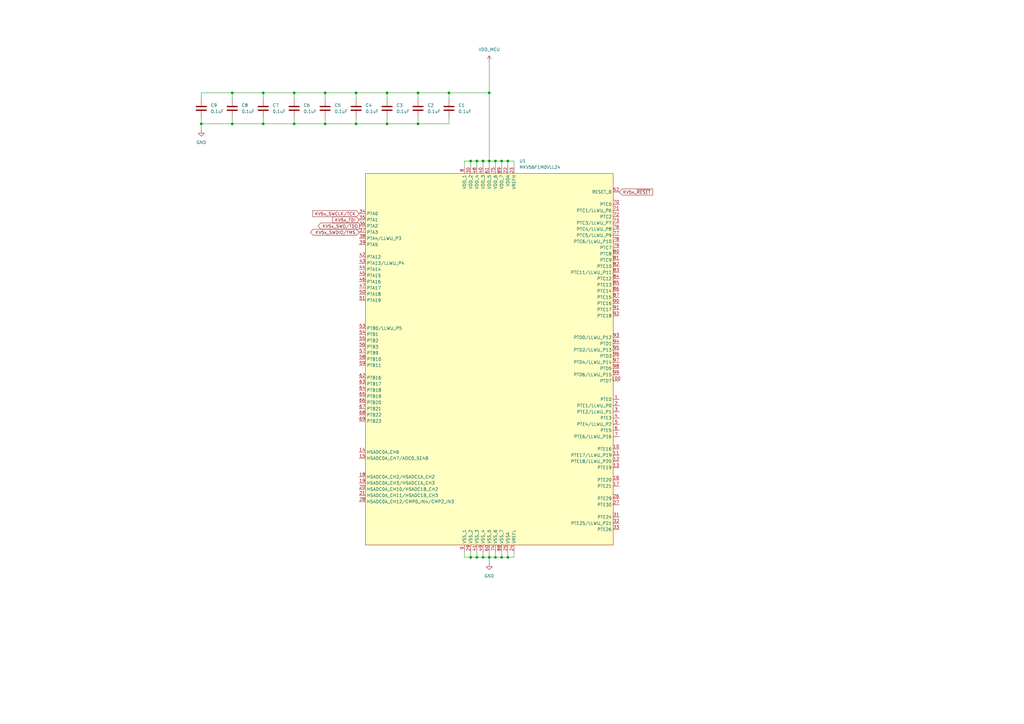
<source format=kicad_sch>
(kicad_sch (version 20250114) (generator "eeschema") (generator_version "9.0")
  (paper "A3")
  (lib_symbols
    (symbol "0_kv5x_devboard:MKV56F1M0VLL24"
      (property "Reference" "U" (at 0 0 0))
      (property "Value" "MKV56F1M0VLL24" (at 0 0 0))
      (symbol "MKV56F1M0VLL24_1_1"
        (rectangle (start -50.8 76.2) (end 50.8 -76.2) (fill (type background)))
        (pin passive line (at -53.34 59.69 0) (length 2.54) (name "PTA0") (number "34"))
        (pin passive line (at -53.34 57.15 0) (length 2.54) (name "PTA1") (number "35"))
        (pin passive line (at -53.34 54.61 0) (length 2.54) (name "PTA2") (number "36"))
        (pin passive line (at -53.34 52.07 0) (length 2.54) (name "PTA3") (number "37"))
        (pin passive line (at -53.34 49.53 0) (length 2.54) (name "PTA4/LLWU_P3") (number "38"))
        (pin passive line (at -53.34 46.99 0) (length 2.54) (name "PTA5") (number "39"))
        (pin passive line (at -53.34 41.91 0) (length 2.54) (name "PTA12") (number "42"))
        (pin passive line (at -53.34 39.37 0) (length 2.54) (name "PTA13/LLWU_P4") (number "43"))
        (pin passive line (at -53.34 36.83 0) (length 2.54) (name "PTA14") (number "44"))
        (pin passive line (at -53.34 34.29 0) (length 2.54) (name "PTA15") (number "45"))
        (pin passive line (at -53.34 31.75 0) (length 2.54) (name "PTA16") (number "46"))
        (pin passive line (at -53.34 29.21 0) (length 2.54) (name "PTA17") (number "47"))
        (pin passive line (at -53.34 26.67 0) (length 2.54) (name "PTA18") (number "50"))
        (pin passive line (at -53.34 24.13 0) (length 2.54) (name "PTA19") (number "51"))
        (pin passive line (at -53.34 12.7 0) (length 2.54) (name "PTB0/LLWU_P5") (number "53"))
        (pin passive line (at -53.34 10.16 0) (length 2.54) (name "PTB1") (number "54"))
        (pin passive line (at -53.34 7.62 0) (length 2.54) (name "PTB2") (number "55"))
        (pin passive line (at -53.34 5.08 0) (length 2.54) (name "PTB3") (number "56"))
        (pin passive line (at -53.34 2.54 0) (length 2.54) (name "PTB9") (number "57"))
        (pin passive line (at -53.34 0 0) (length 2.54) (name "PTB10") (number "58"))
        (pin passive line (at -53.34 -2.54 0) (length 2.54) (name "PTB11") (number "59"))
        (pin passive line (at -53.34 -7.62 0) (length 2.54) (name "PTB16") (number "62"))
        (pin passive line (at -53.34 -10.16 0) (length 2.54) (name "PTB17") (number "63"))
        (pin passive line (at -53.34 -12.7 0) (length 2.54) (name "PTB18") (number "64"))
        (pin passive line (at -53.34 -15.24 0) (length 2.54) (name "PTB19") (number "65"))
        (pin passive line (at -53.34 -17.78 0) (length 2.54) (name "PTB20") (number "66"))
        (pin passive line (at -53.34 -20.32 0) (length 2.54) (name "PTB21") (number "67"))
        (pin passive line (at -53.34 -22.86 0) (length 2.54) (name "PTB22") (number "68"))
        (pin passive line (at -53.34 -25.4 0) (length 2.54) (name "PTB23") (number "69"))
        (pin passive line (at -53.34 -38.1 0) (length 2.54) (name "HSADC0A_CH6") (number "14"))
        (pin passive line (at -53.34 -40.64 0) (length 2.54) (name "HSADC0A_CH7/ADC0_SE4B") (number "15"))
        (pin passive line (at -53.34 -48.26 0) (length 2.54) (name "HSADC0A_CH2/HSADC1A_CH2") (number "18"))
        (pin passive line (at -53.34 -50.8 0) (length 2.54) (name "HSADC0A_CH3/HSADC1A_CH3") (number "19"))
        (pin passive line (at -53.34 -53.34 0) (length 2.54) (name "HSADC0A_CH10/HSADC1B_CH2") (number "20"))
        (pin passive line (at -53.34 -55.88 0) (length 2.54) (name "HSADC0A_CH11/HSADC1B_CH3") (number "21"))
        (pin passive line (at -53.34 -58.42 0) (length 2.54) (name "HSADC0A_CH12/CMP0_IN4/CMP2_IN3") (number "28"))
        (pin passive line (at -10.16 78.74 270) (length 2.54) (name "VDD_1") (number "8"))
        (pin passive line (at -10.16 -78.74 90) (length 2.54) (name "VSS_1") (number "9"))
        (pin passive line (at -7.62 78.74 270) (length 2.54) (name "VDD_2") (number "30"))
        (pin passive line (at -7.62 -78.74 90) (length 2.54) (name "VSS_2") (number "29"))
        (pin passive line (at -5.08 78.74 270) (length 2.54) (name "VDD_4") (number "48"))
        (pin passive line (at -5.08 -78.74 90) (length 2.54) (name "VSS_3") (number "41"))
        (pin passive line (at -2.54 78.74 270) (length 2.54) (name "VDD_3") (number "40"))
        (pin passive line (at -2.54 -78.74 90) (length 2.54) (name "VSS_4") (number "49"))
        (pin passive line (at 0 78.74 270) (length 2.54) (name "VDD_5") (number "61"))
        (pin passive line (at 0 -78.74 90) (length 2.54) (name "VSS_5") (number "60"))
        (pin passive line (at 2.54 78.74 270) (length 2.54) (name "VDD_6") (number "75"))
        (pin passive line (at 2.54 -78.74 90) (length 2.54) (name "VSS_6") (number "74"))
        (pin passive line (at 5.08 78.74 270) (length 2.54) (name "VDD_7") (number "89"))
        (pin passive line (at 5.08 -78.74 90) (length 2.54) (name "VSS_7") (number "88"))
        (pin passive line (at 7.62 78.74 270) (length 2.54) (name "VDDA") (number "22"))
        (pin passive line (at 7.62 -78.74 90) (length 2.54) (name "VSSA") (number "25"))
        (pin passive line (at 10.16 78.74 270) (length 2.54) (name "VREFH") (number "23"))
        (pin passive line (at 10.16 -78.74 90) (length 2.54) (name "VREFL") (number "24"))
        (pin passive line (at 53.34 68.58 180) (length 2.54) (name "RESET_B") (number "52"))
        (pin passive line (at 53.34 63.5 180) (length 2.54) (name "PTC0") (number "70"))
        (pin passive line (at 53.34 60.96 180) (length 2.54) (name "PTC1/LLWU_P6") (number "71"))
        (pin passive line (at 53.34 58.42 180) (length 2.54) (name "PTC2") (number "72"))
        (pin passive line (at 53.34 55.88 180) (length 2.54) (name "PTC3/LLWU_P7") (number "73"))
        (pin passive line (at 53.34 53.34 180) (length 2.54) (name "PTC4/LLWU_P8") (number "76"))
        (pin passive line (at 53.34 50.8 180) (length 2.54) (name "PTC5/LLWU_P9") (number "77"))
        (pin passive line (at 53.34 48.26 180) (length 2.54) (name "PTC6/LLWU_P10") (number "78"))
        (pin passive line (at 53.34 45.72 180) (length 2.54) (name "PTC7") (number "79"))
        (pin passive line (at 53.34 43.18 180) (length 2.54) (name "PTC8") (number "80"))
        (pin passive line (at 53.34 40.64 180) (length 2.54) (name "PTC9") (number "81"))
        (pin passive line (at 53.34 38.1 180) (length 2.54) (name "PTC10") (number "82"))
        (pin passive line (at 53.34 35.56 180) (length 2.54) (name "PTC11/LLWU_P11") (number "83"))
        (pin passive line (at 53.34 33.02 180) (length 2.54) (name "PTC12") (number "84"))
        (pin passive line (at 53.34 30.48 180) (length 2.54) (name "PTC13") (number "85"))
        (pin passive line (at 53.34 27.94 180) (length 2.54) (name "PTC14") (number "86"))
        (pin passive line (at 53.34 25.4 180) (length 2.54) (name "PTC15") (number "87"))
        (pin passive line (at 53.34 22.86 180) (length 2.54) (name "PTC16") (number "90"))
        (pin passive line (at 53.34 20.32 180) (length 2.54) (name "PTC17") (number "91"))
        (pin passive line (at 53.34 17.78 180) (length 2.54) (name "PTC18") (number "92"))
        (pin passive line (at 53.34 8.89 180) (length 2.54) (name "PTD0/LLWU_P12") (number "93"))
        (pin passive line (at 53.34 6.35 180) (length 2.54) (name "PTD1") (number "94"))
        (pin passive line (at 53.34 3.81 180) (length 2.54) (name "PTD2/LLWU_P13") (number "95"))
        (pin passive line (at 53.34 1.27 180) (length 2.54) (name "PTD3") (number "96"))
        (pin passive line (at 53.34 -1.27 180) (length 2.54) (name "PTD4/LLWU_P14") (number "97"))
        (pin passive line (at 53.34 -3.81 180) (length 2.54) (name "PTD5") (number "98"))
        (pin passive line (at 53.34 -6.35 180) (length 2.54) (name "PTD6/LLWU_P15") (number "99"))
        (pin passive line (at 53.34 -8.89 180) (length 2.54) (name "PTD7") (number "100"))
        (pin passive line (at 53.34 -16.51 180) (length 2.54) (name "PTE0") (number "1"))
        (pin passive line (at 53.34 -19.05 180) (length 2.54) (name "PTE1/LLWU_P0") (number "2"))
        (pin passive line (at 53.34 -21.59 180) (length 2.54) (name "PTE2/LLWU_P1") (number "3"))
        (pin passive line (at 53.34 -24.13 180) (length 2.54) (name "PTE3") (number "4"))
        (pin passive line (at 53.34 -26.67 180) (length 2.54) (name "PTE4/LLWU_P2") (number "5"))
        (pin passive line (at 53.34 -29.21 180) (length 2.54) (name "PTE5") (number "6"))
        (pin passive line (at 53.34 -31.75 180) (length 2.54) (name "PTE6/LLWU_P16") (number "7"))
        (pin passive line (at 53.34 -36.83 180) (length 2.54) (name "PTE16") (number "10"))
        (pin passive line (at 53.34 -39.37 180) (length 2.54) (name "PTE17/LLWU_P19") (number "11"))
        (pin passive line (at 53.34 -41.91 180) (length 2.54) (name "PTE18/LLWU_P20") (number "12"))
        (pin passive line (at 53.34 -44.45 180) (length 2.54) (name "PTE19") (number "13"))
        (pin passive line (at 53.34 -49.53 180) (length 2.54) (name "PTE20") (number "16"))
        (pin passive line (at 53.34 -52.07 180) (length 2.54) (name "PTE21") (number "17"))
        (pin passive line (at 53.34 -57.15 180) (length 2.54) (name "PTE29") (number "26"))
        (pin passive line (at 53.34 -59.69 180) (length 2.54) (name "PTE30") (number "27"))
        (pin passive line (at 53.34 -64.77 180) (length 2.54) (name "PTE24") (number "31"))
        (pin passive line (at 53.34 -67.31 180) (length 2.54) (name "PTE25/LLWU_P21") (number "32"))
        (pin passive line (at 53.34 -69.85 180) (length 2.54) (name "PTE26") (number "33"))
      )
    )
    (symbol "0_kv5x_devboard:VDD_MCU" (power) (pin_numbers (hide yes)) (pin_names (offset 0) (hide yes))
      (property "Value" "VDD_MCU" (at 0 3.556 0))
      (symbol "VDD_MCU_0_1"
        (polyline (pts (xy -0.762 1.27) (xy 0 2.54)))
        (polyline (pts (xy 0 2.54) (xy 0.762 1.27)))
        (polyline (pts (xy 0 0) (xy 0 2.54)))
      )
      (symbol "VDD_MCU_1_1"
        (pin power_in line (at 0 0 90) (length 0) (name "~") (number "1"))
      )
    )
    (symbol "Device:C" (pin_numbers (hide yes)) (pin_names (offset 0.254))
      (property "Reference" "C" (at 0.635 2.54 0))
      (property "Value" "C" (at 0.635 -2.54 0))
      (symbol "C_0_1"
        (polyline (pts (xy -2.032 0.762) (xy 2.032 0.762)) (stroke (width 0.508)))
        (polyline (pts (xy -2.032 -0.762) (xy 2.032 -0.762)) (stroke (width 0.508)))
      )
      (symbol "C_1_1"
        (pin passive line (at 0 3.81 270) (length 2.794) (name "~") (number "1"))
        (pin passive line (at 0 -3.81 90) (length 2.794) (name "~") (number "2"))
      )
    )
    (symbol "power:GND" (power) (pin_numbers (hide yes)) (pin_names (offset 0) (hide yes))
      (property "Value" "GND" (at 0 -3.81 0))
      (symbol "GND_0_1"
        (polyline (pts (xy 0 0) (xy 0 -1.27) (xy 1.27 -1.27) (xy 0 -2.54) (xy -1.27 -1.27) (xy 0 -1.27)))
      )
      (symbol "GND_1_1"
        (pin power_in line (at 0 0 270) (length 0) (name "~") (number "1"))
      )
    )
  )
  (junction (at 203.2 228.6))
  (junction (at 95.25 50.8))
  (junction (at 195.58 66.04))
  (junction (at 184.15 38.1))
  (junction (at 120.65 38.1))
  (junction (at 205.74 66.04))
  (junction (at 193.04 228.6))
  (junction (at 208.28 66.04))
  (junction (at 198.12 66.04))
  (junction (at 146.05 50.8))
  (junction (at 203.2 66.04))
  (junction (at 198.12 228.6))
  (junction (at 208.28 228.6))
  (junction (at 133.35 38.1))
  (junction (at 107.95 50.8))
  (junction (at 193.04 66.04))
  (junction (at 107.95 38.1))
  (junction (at 171.45 50.8))
  (junction (at 120.65 50.8))
  (junction (at 133.35 50.8))
  (junction (at 146.05 38.1))
  (junction (at 195.58 228.6))
  (junction (at 158.75 50.8))
  (junction (at 200.66 38.1))
  (junction (at 82.55 50.8))
  (junction (at 171.45 38.1))
  (junction (at 205.74 228.6))
  (junction (at 200.66 66.04))
  (junction (at 200.66 228.6))
  (junction (at 95.25 38.1))
  (junction (at 158.75 38.1))
  (wire (pts (xy 107.95 48.26) (xy 107.95 50.8)))
  (wire (pts (xy 146.05 38.1) (xy 158.75 38.1)))
  (wire (pts (xy 158.75 38.1) (xy 171.45 38.1)))
  (wire (pts (xy 158.75 40.64) (xy 158.75 38.1)))
  (wire (pts (xy 193.04 228.6) (xy 195.58 228.6)))
  (wire (pts (xy 184.15 40.64) (xy 184.15 38.1)))
  (wire (pts (xy 200.66 25.4) (xy 200.66 38.1)))
  (wire (pts (xy 205.74 228.6) (xy 205.74 226.06)))
  (wire (pts (xy 82.55 38.1) (xy 95.25 38.1)))
  (wire (pts (xy 208.28 66.04) (xy 210.82 66.04)))
  (wire (pts (xy 205.74 66.04) (xy 208.28 66.04)))
  (wire (pts (xy 158.75 48.26) (xy 158.75 50.8)))
  (wire (pts (xy 120.65 50.8) (xy 133.35 50.8)))
  (wire (pts (xy 208.28 66.04) (xy 208.28 68.58)))
  (wire (pts (xy 133.35 38.1) (xy 146.05 38.1)))
  (wire (pts (xy 146.05 50.8) (xy 158.75 50.8)))
  (wire (pts (xy 171.45 38.1) (xy 184.15 38.1)))
  (wire (pts (xy 158.75 50.8) (xy 171.45 50.8)))
  (wire (pts (xy 195.58 66.04) (xy 198.12 66.04)))
  (wire (pts (xy 120.65 38.1) (xy 133.35 38.1)))
  (wire (pts (xy 200.66 228.6) (xy 200.66 231.14)))
  (wire (pts (xy 184.15 38.1) (xy 200.66 38.1)))
  (wire (pts (xy 195.58 66.04) (xy 195.58 68.58)))
  (wire (pts (xy 200.66 66.04) (xy 200.66 68.58)))
  (wire (pts (xy 82.55 50.8) (xy 82.55 53.34)))
  (wire (pts (xy 208.28 228.6) (xy 210.82 228.6)))
  (wire (pts (xy 193.04 228.6) (xy 193.04 226.06)))
  (wire (pts (xy 205.74 66.04) (xy 205.74 68.58)))
  (wire (pts (xy 95.25 50.8) (xy 107.95 50.8)))
  (wire (pts (xy 120.65 40.64) (xy 120.65 38.1)))
  (wire (pts (xy 107.95 50.8) (xy 120.65 50.8)))
  (wire (pts (xy 198.12 228.6) (xy 200.66 228.6)))
  (wire (pts (xy 200.66 38.1) (xy 200.66 66.04)))
  (wire (pts (xy 190.5 68.58) (xy 190.5 66.04)))
  (wire (pts (xy 203.2 66.04) (xy 203.2 68.58)))
  (wire (pts (xy 198.12 226.06) (xy 198.12 228.6)))
  (wire (pts (xy 198.12 66.04) (xy 198.12 68.58)))
  (wire (pts (xy 210.82 228.6) (xy 210.82 226.06)))
  (wire (pts (xy 193.04 66.04) (xy 193.04 68.58)))
  (wire (pts (xy 200.66 66.04) (xy 203.2 66.04)))
  (wire (pts (xy 133.35 48.26) (xy 133.35 50.8)))
  (wire (pts (xy 171.45 40.64) (xy 171.45 38.1)))
  (wire (pts (xy 208.28 228.6) (xy 208.28 226.06)))
  (wire (pts (xy 195.58 228.6) (xy 198.12 228.6)))
  (wire (pts (xy 133.35 50.8) (xy 146.05 50.8)))
  (wire (pts (xy 82.55 50.8) (xy 95.25 50.8)))
  (wire (pts (xy 198.12 66.04) (xy 200.66 66.04)))
  (wire (pts (xy 133.35 40.64) (xy 133.35 38.1)))
  (wire (pts (xy 203.2 226.06) (xy 203.2 228.6)))
  (wire (pts (xy 200.66 228.6) (xy 203.2 228.6)))
  (wire (pts (xy 95.25 38.1) (xy 107.95 38.1)))
  (wire (pts (xy 203.2 228.6) (xy 205.74 228.6)))
  (wire (pts (xy 195.58 228.6) (xy 195.58 226.06)))
  (wire (pts (xy 193.04 66.04) (xy 195.58 66.04)))
  (wire (pts (xy 146.05 40.64) (xy 146.05 38.1)))
  (wire (pts (xy 82.55 48.26) (xy 82.55 50.8)))
  (wire (pts (xy 95.25 48.26) (xy 95.25 50.8)))
  (wire (pts (xy 200.66 228.6) (xy 200.66 226.06)))
  (wire (pts (xy 203.2 66.04) (xy 205.74 66.04)))
  (wire (pts (xy 190.5 66.04) (xy 193.04 66.04)))
  (wire (pts (xy 107.95 38.1) (xy 120.65 38.1)))
  (wire (pts (xy 82.55 40.64) (xy 82.55 38.1)))
  (wire (pts (xy 171.45 50.8) (xy 184.15 50.8)))
  (wire (pts (xy 205.74 228.6) (xy 208.28 228.6)))
  (wire (pts (xy 190.5 228.6) (xy 193.04 228.6)))
  (wire (pts (xy 146.05 48.26) (xy 146.05 50.8)))
  (wire (pts (xy 107.95 40.64) (xy 107.95 38.1)))
  (wire (pts (xy 171.45 48.26) (xy 171.45 50.8)))
  (wire (pts (xy 184.15 48.26) (xy 184.15 50.8)))
  (wire (pts (xy 120.65 48.26) (xy 120.65 50.8)))
  (wire (pts (xy 190.5 226.06) (xy 190.5 228.6)))
  (wire (pts (xy 95.25 40.64) (xy 95.25 38.1)))
  (wire (pts (xy 210.82 66.04) (xy 210.82 68.58)))
  (global_label "KV5x_SWO{slash}TDO" (shape output) (at 147.32 92.71 180) (property "Intersheetrefs" "${INTERSHEET_REFS}" (effects (hide yes))))
  (global_label "KV5x_~{RESET}" (shape input) (at 254 78.74 0) (property "Intersheetrefs" "${INTERSHEET_REFS}" (effects (hide yes))))
  (global_label "KV5x_SWDIO{slash}TMS" (shape bidirectional) (at 147.32 95.25 180) (property "Intersheetrefs" "${INTERSHEET_REFS}" (effects (hide yes))))
  (global_label "KV5x_SWCLK{slash}TCK" (shape input) (at 147.32 87.63 180) (property "Intersheetrefs" "${INTERSHEET_REFS}" (effects (hide yes))))
  (global_label "KV5x_TDI" (shape input) (at 147.32 90.17 180) (property "Intersheetrefs" "${INTERSHEET_REFS}" (effects (hide yes))))
  (symbol (lib_id "Device:C") (at 184.15 44.45 0) (unit 1)
    (property "Reference" "C1" (at 187.96 43.1799 0) (effects (justify left)))
    (property "Value" "0.1uF" (at 187.96 45.7199 0) (effects (justify left)))
    (property "Description" "Unpolarized capacitor" (effects (hide yes)))
  )
  (symbol (lib_id "0_kv5x_devboard:VDD_MCU") (at 200.66 25.4 0) (unit 1)
    (property "Reference" "#PWR01" (effects (hide yes)))
    (property "Value" "VDD_MCU" (at 200.66 20.32 0))
    (property "Description" "Power symbol creates a global label with name \"VDD_MCU\"" (effects (hide yes)))
  )
  (symbol (lib_id "Device:C") (at 158.75 44.45 0) (unit 1)
    (property "Reference" "C3" (at 162.56 43.1799 0) (effects (justify left)))
    (property "Value" "0.1uF" (at 162.56 45.7199 0) (effects (justify left)))
    (property "Description" "Unpolarized capacitor" (effects (hide yes)))
  )
  (symbol (lib_id "Device:C") (at 120.65 44.45 0) (unit 1)
    (property "Reference" "C6" (at 124.46 43.1799 0) (effects (justify left)))
    (property "Value" "0.1uF" (at 124.46 45.7199 0) (effects (justify left)))
    (property "Description" "Unpolarized capacitor" (effects (hide yes)))
  )
  (symbol (lib_id "0_kv5x_devboard:MKV56F1M0VLL24") (at 200.66 147.32 0) (unit 1)
    (property "Reference" "U1" (at 212.9633 66.04 0) (effects (justify left)))
    (property "Value" "MKV56F1M0VLL24" (at 212.9633 68.58 0) (effects (justify left)))
    (property "Footprint" "0_kv5x_devboard:MKV56F1M0VLL24" (effects (hide yes)))
    (property "Datasheet" "https://www.nxp.com/docs/en/data-sheet/KV5XP144M240.pdf" (effects (hide yes)))
    (property "Description" "NXP - MKV56F1M0VLL24 - ARM MCU, Kinetis V Family KV5x Series Microcontrollers, ARM Cortex-M7, 32bit, 240 MHz, 1 MB, 256 KB" (effects (hide yes)))
  )
  (symbol (lib_id "Device:C") (at 82.55 44.45 0) (unit 1)
    (property "Reference" "C9" (at 86.36 43.1799 0) (effects (justify left)))
    (property "Value" "0.1uF" (at 86.36 45.7199 0) (effects (justify left)))
    (property "Description" "Unpolarized capacitor" (effects (hide yes)))
  )
  (symbol (lib_id "power:GND") (at 200.66 231.14 0) (unit 1)
    (property "Reference" "#PWR03" (effects (hide yes)))
    (property "Value" "GND" (at 200.66 236.22 0))
    (property "Description" "Power symbol creates a global label with name \"GND\" , ground" (effects (hide yes)))
  )
  (symbol (lib_id "Device:C") (at 133.35 44.45 0) (unit 1)
    (property "Reference" "C5" (at 137.16 43.1799 0) (effects (justify left)))
    (property "Value" "0.1uF" (at 137.16 45.7199 0) (effects (justify left)))
    (property "Description" "Unpolarized capacitor" (effects (hide yes)))
  )
  (symbol (lib_id "Device:C") (at 95.25 44.45 0) (unit 1)
    (property "Reference" "C8" (at 99.06 43.1799 0) (effects (justify left)))
    (property "Value" "0.1uF" (at 99.06 45.7199 0) (effects (justify left)))
    (property "Description" "Unpolarized capacitor" (effects (hide yes)))
  )
  (symbol (lib_id "Device:C") (at 171.45 44.45 0) (unit 1)
    (property "Reference" "C2" (at 175.26 43.1799 0) (effects (justify left)))
    (property "Value" "0.1uF" (at 175.26 45.7199 0) (effects (justify left)))
    (property "Description" "Unpolarized capacitor" (effects (hide yes)))
  )
  (symbol (lib_id "power:GND") (at 82.55 53.34 0) (unit 1)
    (property "Reference" "#PWR02" (effects (hide yes)))
    (property "Value" "GND" (at 82.55 58.42 0))
    (property "Description" "Power symbol creates a global label with name \"GND\" , ground" (effects (hide yes)))
  )
  (symbol (lib_id "Device:C") (at 146.05 44.45 0) (unit 1)
    (property "Reference" "C4" (at 149.86 43.1799 0) (effects (justify left)))
    (property "Value" "0.1uF" (at 149.86 45.7199 0) (effects (justify left)))
    (property "Description" "Unpolarized capacitor" (effects (hide yes)))
  )
  (symbol (lib_id "Device:C") (at 107.95 44.45 0) (unit 1)
    (property "Reference" "C7" (at 111.76 43.1799 0) (effects (justify left)))
    (property "Value" "0.1uF" (at 111.76 45.7199 0) (effects (justify left)))
    (property "Description" "Unpolarized capacitor" (effects (hide yes)))
  )
)
</source>
